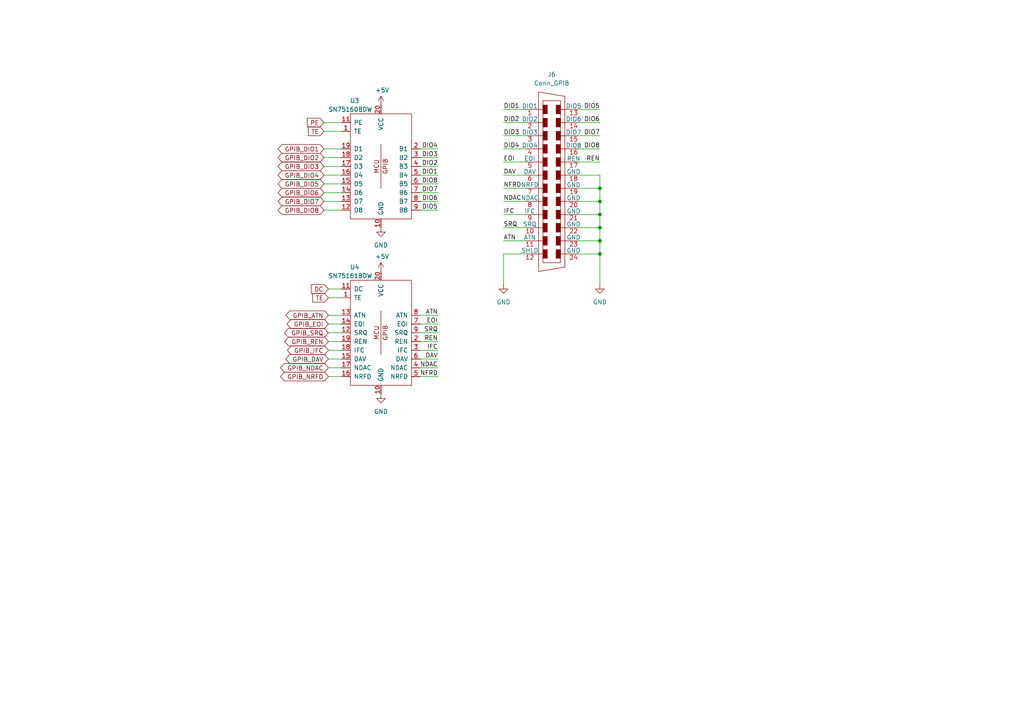
<source format=kicad_sch>
(kicad_sch (version 20250114) (generator "eeschema") (generator_version "9.0")
  (paper "A4")
  (title_block (title "GPIB Connector Schematic") (date "2025-03-08") (rev "1"))
  (lib_symbols
    (symbol "+5V_1" (power) (pin_names (offset 0))
      (property "Value" "+5V" (at 0 3.556 0))
      (symbol "+5V_1_0_1"
        (polyline (pts (xy -0.762 1.27) (xy 0 2.54)))
        (polyline (pts (xy 0 2.54) (xy 0.762 1.27)))
        (polyline (pts (xy 0 0) (xy 0 2.54)))
      )
      (symbol "+5V_1_1_1"
        (pin power_in line (at 0 0 90) (length 0) (hide yes) (name "+5V") (number "1"))
      )
    )
    (symbol "GPIB_lib:Conn_GPIB" (pin_names (offset 0))
      (property "Reference" "J5" (at 0 29.591 0))
      (property "Value" "Conn_GPIB" (at 0 27.2796 0))
      (symbol "Conn_GPIB_0_0"
        (polyline (pts (xy -5.08 20.32) (xy -2.54 20.32)))
        (polyline (pts (xy -5.08 16.51) (xy -2.54 16.51)))
        (polyline (pts (xy -5.08 12.7) (xy -2.54 12.7)))
        (polyline (pts (xy -5.08 8.89) (xy -2.54 8.89)))
        (polyline (pts (xy -5.08 5.08) (xy -2.54 5.08)))
        (polyline (pts (xy -5.08 1.27) (xy -2.54 1.27)))
        (polyline (pts (xy -5.08 -2.54) (xy -2.54 -2.54)))
        (polyline (pts (xy -5.08 -6.35) (xy -2.54 -6.35)))
        (polyline (pts (xy -5.08 -10.16) (xy -2.54 -10.16)))
        (polyline (pts (xy -5.08 -13.97) (xy -2.54 -13.97)))
        (polyline (pts (xy -5.08 -17.78) (xy -2.54 -17.78)))
        (polyline (pts (xy -5.08 -21.59) (xy -2.54 -21.59)))
        (polyline (pts (xy -3.81 25.4) (xy -3.81 -26.67) (xy 3.81 -25.4) (xy 3.81 24.13) (xy -3.81 25.4)))
        (rectangle (start -2.54 22.86) (end 2.54 -24.13))
        (rectangle (start -2.54 21.59) (end -1.27 19.05) (fill (type outline)))
        (rectangle (start -2.54 17.78) (end -1.27 15.24) (fill (type outline)))
        (rectangle (start -2.54 13.97) (end -1.27 11.43) (fill (type outline)))
        (rectangle (start -2.54 10.16) (end -1.27 7.62) (fill (type outline)))
        (rectangle (start -2.54 6.35) (end -1.27 3.81) (fill (type outline)))
        (rectangle (start -2.54 2.54) (end -1.27 0) (fill (type outline)))
        (rectangle (start -2.54 -1.27) (end -1.27 -3.81) (fill (type outline)))
        (rectangle (start -2.54 -5.08) (end -1.27 -7.62) (fill (type outline)))
        (rectangle (start -2.54 -8.89) (end -1.27 -11.43) (fill (type outline)))
        (rectangle (start -2.54 -12.7) (end -1.27 -15.24) (fill (type outline)))
        (rectangle (start -2.54 -16.51) (end -1.27 -19.05) (fill (type outline)))
        (rectangle (start -2.54 -20.32) (end -1.27 -22.86) (fill (type outline)))
        (rectangle (start 2.54 19.05) (end 1.27 21.59) (fill (type outline)))
        (rectangle (start 2.54 15.24) (end 1.27 17.78) (fill (type outline)))
        (rectangle (start 2.54 11.43) (end 1.27 13.97) (fill (type outline)))
        (rectangle (start 2.54 7.62) (end 1.27 10.16) (fill (type outline)))
        (rectangle (start 2.54 3.81) (end 1.27 6.35) (fill (type outline)))
        (rectangle (start 2.54 0) (end 1.27 2.54) (fill (type outline)))
        (rectangle (start 2.54 -3.81) (end 1.27 -1.27) (fill (type outline)))
        (rectangle (start 2.54 -7.62) (end 1.27 -5.08) (fill (type outline)))
        (rectangle (start 2.54 -11.43) (end 1.27 -8.89) (fill (type outline)))
        (rectangle (start 2.54 -15.24) (end 1.27 -12.7) (fill (type outline)))
        (rectangle (start 2.54 -19.05) (end 1.27 -16.51) (fill (type outline)))
        (rectangle (start 2.54 -22.86) (end 1.27 -20.32) (fill (type outline)))
        (polyline (pts (xy 5.08 20.32) (xy 2.54 20.32)))
        (polyline (pts (xy 5.08 16.51) (xy 2.54 16.51)))
        (polyline (pts (xy 5.08 12.7) (xy 2.54 12.7)))
        (polyline (pts (xy 5.08 8.89) (xy 2.54 8.89)))
        (polyline (pts (xy 5.08 5.08) (xy 2.54 5.08)))
        (polyline (pts (xy 5.08 1.27) (xy 2.54 1.27)))
        (polyline (pts (xy 5.08 -2.54) (xy 2.54 -2.54)))
        (polyline (pts (xy 5.08 -6.35) (xy 2.54 -6.35)))
        (polyline (pts (xy 5.08 -10.16) (xy 2.54 -10.16)))
        (polyline (pts (xy 5.08 -13.97) (xy 2.54 -13.97)))
        (polyline (pts (xy 5.08 -17.78) (xy 2.54 -17.78)))
        (polyline (pts (xy 5.08 -21.59) (xy 2.54 -21.59)))
      )
      (symbol "Conn_GPIB_1_1"
        (pin passive line (at -7.62 20.32 0) (length 2.54) (name "DIO1") (number "1"))
        (pin passive line (at -7.62 16.51 0) (length 2.54) (name "DIO2") (number "2"))
        (pin passive line (at -7.62 12.7 0) (length 2.54) (name "DIO3") (number "3"))
        (pin passive line (at -7.62 8.89 0) (length 2.54) (name "DIO4") (number "4"))
        (pin passive line (at -7.62 5.08 0) (length 2.54) (name "EOI") (number "5"))
        (pin passive line (at -7.62 1.27 0) (length 2.54) (name "DAV") (number "6"))
        (pin passive line (at -7.62 -2.54 0) (length 2.54) (name "NRFD") (number "7"))
        (pin passive line (at -7.62 -6.35 0) (length 2.54) (name "NDAC") (number "8"))
        (pin passive line (at -7.62 -10.16 0) (length 2.54) (name "IFC") (number "9"))
        (pin passive line (at -7.62 -13.97 0) (length 2.54) (name "SRQ") (number "10"))
        (pin passive line (at -7.62 -17.78 0) (length 2.54) (name "ATN") (number "11"))
        (pin passive line (at -7.62 -21.59 0) (length 2.54) (name "SHLD") (number "12"))
        (pin passive line (at 7.62 20.32 180) (length 2.54) (name "DIO5") (number "13"))
        (pin passive line (at 7.62 16.51 180) (length 2.54) (name "DIO6") (number "14"))
        (pin passive line (at 7.62 12.7 180) (length 2.54) (name "DIO7") (number "15"))
        (pin passive line (at 7.62 8.89 180) (length 2.54) (name "DIO8") (number "16"))
        (pin passive line (at 7.62 5.08 180) (length 2.54) (name "REN") (number "17"))
        (pin passive line (at 7.62 1.27 180) (length 2.54) (name "GND") (number "18"))
        (pin passive line (at 7.62 -2.54 180) (length 2.54) (name "GND") (number "19"))
        (pin passive line (at 7.62 -6.35 180) (length 2.54) (name "GND") (number "20"))
        (pin passive line (at 7.62 -10.16 180) (length 2.54) (name "GND") (number "21"))
        (pin passive line (at 7.62 -13.97 180) (length 2.54) (name "GND") (number "22"))
        (pin passive line (at 7.62 -17.78 180) (length 2.54) (name "GND") (number "23"))
        (pin passive line (at 7.62 -21.59 180) (length 2.54) (name "GND") (number "24"))
      )
    )
    (symbol "GPIB_lib:SN75160BDW" (pin_names (offset 1.016))
      (property "Reference" "U" (at 8.89 -16.51 0))
      (property "Value" "SN75160BDW" (at 1.27 16.51 0))
      (property "Footprint" "Package_SO:SO-20_12.8x7.5mm_P1.27mm" (at 1.27 19.05 0))
      (symbol "SN75160BDW_0_0"
        (rectangle (start -8.89 15.24) (end 8.89 -15.24))
        (polyline (pts (xy 0 6.35) (xy 0 -6.35)))
        (text "MCU" (at -1.27 0 900) (effects (font (size 1.27 1.27))))
        (text "GPIB" (at 1.27 0 900) (effects (font (size 1.27 1.27))))
      )
      (symbol "SN75160BDW_1_1"
        (pin input line (at -11.43 12.7 0) (length 2.54) (name "PE") (number "11"))
        (pin input line (at -11.43 10.16 0) (length 2.54) (name "TE") (number "1"))
        (pin bidirectional line (at -11.43 5.08 0) (length 2.54) (name "D1") (number "19"))
        (pin bidirectional line (at -11.43 2.54 0) (length 2.54) (name "D2") (number "18"))
        (pin bidirectional line (at -11.43 0 0) (length 2.54) (name "D3") (number "17"))
        (pin bidirectional line (at -11.43 -2.54 0) (length 2.54) (name "D4") (number "16"))
        (pin bidirectional line (at -11.43 -5.08 0) (length 2.54) (name "D5") (number "15"))
        (pin bidirectional line (at -11.43 -7.62 0) (length 2.54) (name "D6") (number "14"))
        (pin bidirectional line (at -11.43 -10.16 0) (length 2.54) (name "D7") (number "13"))
        (pin bidirectional line (at -11.43 -12.7 0) (length 2.54) (name "D8") (number "12"))
        (pin power_in line (at 0 17.78 270) (length 2.54) (name "VCC") (number "20"))
        (pin power_in line (at 0 -17.78 90) (length 2.54) (name "GND") (number "10"))
        (pin bidirectional line (at 11.43 5.08 180) (length 2.54) (name "B1") (number "2"))
        (pin bidirectional line (at 11.43 2.54 180) (length 2.54) (name "B2") (number "3"))
        (pin bidirectional line (at 11.43 0 180) (length 2.54) (name "B3") (number "4"))
        (pin bidirectional line (at 11.43 -2.54 180) (length 2.54) (name "B4") (number "5"))
        (pin bidirectional line (at 11.43 -5.08 180) (length 2.54) (name "B5") (number "6"))
        (pin bidirectional line (at 11.43 -7.62 180) (length 2.54) (name "B6") (number "7"))
        (pin bidirectional line (at 11.43 -10.16 180) (length 2.54) (name "B7") (number "8"))
        (pin bidirectional line (at 11.43 -12.7 180) (length 2.54) (name "B8") (number "9"))
      )
    )
    (symbol "GPIB_lib:SN75161BDW" (pin_names (offset 1.016))
      (property "Reference" "U" (at 8.89 -16.51 0))
      (property "Value" "SN75161BDW" (at 1.27 16.51 0))
      (property "Footprint" "Package_SO:SO-20_12.8x7.5mm_P1.27mm" (at 1.27 19.05 0))
      (symbol "SN75161BDW_0_0"
        (rectangle (start -8.89 15.24) (end 8.89 -15.24))
        (polyline (pts (xy 0 -6.35) (xy 0 6.35)))
        (text "MCU" (at -1.27 0 900) (effects (font (size 1.27 1.27))))
        (text "GPIB" (at 1.27 0 900) (effects (font (size 1.27 1.27))))
      )
      (symbol "SN75161BDW_1_1"
        (pin input line (at -11.43 12.7 0) (length 2.54) (name "DC") (number "11"))
        (pin input line (at -11.43 10.16 0) (length 2.54) (name "TE") (number "1"))
        (pin bidirectional line (at -11.43 5.08 0) (length 2.54) (name "ATN") (number "13"))
        (pin bidirectional line (at -11.43 2.54 0) (length 2.54) (name "EOI") (number "14"))
        (pin bidirectional line (at -11.43 0 0) (length 2.54) (name "SRQ") (number "12"))
        (pin bidirectional line (at -11.43 -2.54 0) (length 2.54) (name "REN") (number "19"))
        (pin bidirectional line (at -11.43 -5.08 0) (length 2.54) (name "IFC") (number "18"))
        (pin bidirectional line (at -11.43 -7.62 0) (length 2.54) (name "DAV") (number "15"))
        (pin bidirectional line (at -11.43 -10.16 0) (length 2.54) (name "NDAC") (number "17"))
        (pin bidirectional line (at -11.43 -12.7 0) (length 2.54) (name "NRFD") (number "16"))
        (pin power_in line (at 0 17.78 270) (length 2.54) (name "VCC") (number "20"))
        (pin power_in line (at 0 -17.78 90) (length 2.54) (name "GND") (number "10"))
        (pin bidirectional line (at 11.43 5.08 180) (length 2.54) (name "ATN") (number "8"))
        (pin bidirectional line (at 11.43 2.54 180) (length 2.54) (name "EOI") (number "7"))
        (pin bidirectional line (at 11.43 0 180) (length 2.54) (name "SRQ") (number "9"))
        (pin bidirectional line (at 11.43 -2.54 180) (length 2.54) (name "REN") (number "2"))
        (pin bidirectional line (at 11.43 -5.08 180) (length 2.54) (name "IFC") (number "3"))
        (pin bidirectional line (at 11.43 -7.62 180) (length 2.54) (name "DAV") (number "6"))
        (pin bidirectional line (at 11.43 -10.16 180) (length 2.54) (name "NDAC") (number "4"))
        (pin bidirectional line (at 11.43 -12.7 180) (length 2.54) (name "NRFD") (number "5"))
      )
    )
    (symbol "power:GND" (power) (pin_numbers (hide yes)) (pin_names (offset 0) (hide yes))
      (property "Value" "GND" (at 0 -3.81 0))
      (symbol "GND_0_1"
        (polyline (pts (xy 0 0) (xy 0 -1.27) (xy 1.27 -1.27) (xy 0 -2.54) (xy -1.27 -1.27) (xy 0 -1.27)))
      )
      (symbol "GND_1_1"
        (pin power_in line (at 0 0 270) (length 0) (name "~") (number "1"))
      )
    )
  )
  (junction (at 173.99 62.23))
  (junction (at 173.99 66.04))
  (junction (at 173.99 54.61))
  (junction (at 173.99 73.66))
  (junction (at 173.99 69.85))
  (junction (at 173.99 58.42))
  (wire (pts (xy 121.92 55.88) (xy 127 55.88)))
  (wire (pts (xy 167.64 69.85) (xy 173.99 69.85)))
  (wire (pts (xy 146.05 54.61) (xy 152.4 54.61)))
  (wire (pts (xy 121.92 109.22) (xy 127 109.22)))
  (wire (pts (xy 93.98 60.96) (xy 99.06 60.96)))
  (wire (pts (xy 121.92 48.26) (xy 127 48.26)))
  (wire (pts (xy 95.25 96.52) (xy 99.06 96.52)))
  (wire (pts (xy 167.64 31.75) (xy 173.99 31.75)))
  (wire (pts (xy 93.98 43.18) (xy 99.06 43.18)))
  (wire (pts (xy 121.92 45.72) (xy 127 45.72)))
  (wire (pts (xy 95.25 86.36) (xy 99.06 86.36)))
  (wire (pts (xy 167.64 73.66) (xy 173.99 73.66)))
  (wire (pts (xy 95.25 99.06) (xy 99.06 99.06)))
  (wire (pts (xy 146.05 62.23) (xy 152.4 62.23)))
  (wire (pts (xy 173.99 73.66) (xy 173.99 82.55)))
  (wire (pts (xy 173.99 62.23) (xy 173.99 66.04)))
  (wire (pts (xy 121.92 43.18) (xy 127 43.18)))
  (wire (pts (xy 167.64 50.8) (xy 173.99 50.8)))
  (wire (pts (xy 121.92 96.52) (xy 127 96.52)))
  (wire (pts (xy 167.64 35.56) (xy 173.99 35.56)))
  (wire (pts (xy 146.05 39.37) (xy 152.4 39.37)))
  (wire (pts (xy 146.05 50.8) (xy 152.4 50.8)))
  (wire (pts (xy 173.99 54.61) (xy 173.99 58.42)))
  (wire (pts (xy 121.92 99.06) (xy 127 99.06)))
  (wire (pts (xy 167.64 62.23) (xy 173.99 62.23)))
  (wire (pts (xy 95.25 109.22) (xy 99.06 109.22)))
  (wire (pts (xy 146.05 73.66) (xy 152.4 73.66)))
  (wire (pts (xy 93.98 45.72) (xy 99.06 45.72)))
  (wire (pts (xy 121.92 104.14) (xy 127 104.14)))
  (wire (pts (xy 167.64 58.42) (xy 173.99 58.42)))
  (wire (pts (xy 93.98 58.42) (xy 99.06 58.42)))
  (wire (pts (xy 146.05 58.42) (xy 152.4 58.42)))
  (wire (pts (xy 95.25 104.14) (xy 99.06 104.14)))
  (wire (pts (xy 167.64 66.04) (xy 173.99 66.04)))
  (wire (pts (xy 173.99 69.85) (xy 173.99 73.66)))
  (wire (pts (xy 146.05 31.75) (xy 152.4 31.75)))
  (wire (pts (xy 146.05 69.85) (xy 152.4 69.85)))
  (wire (pts (xy 95.25 101.6) (xy 99.06 101.6)))
  (wire (pts (xy 95.25 91.44) (xy 99.06 91.44)))
  (wire (pts (xy 121.92 53.34) (xy 127 53.34)))
  (wire (pts (xy 167.64 39.37) (xy 173.99 39.37)))
  (wire (pts (xy 146.05 35.56) (xy 152.4 35.56)))
  (wire (pts (xy 121.92 60.96) (xy 127 60.96)))
  (wire (pts (xy 146.05 66.04) (xy 152.4 66.04)))
  (wire (pts (xy 121.92 58.42) (xy 127 58.42)))
  (wire (pts (xy 93.98 55.88) (xy 99.06 55.88)))
  (wire (pts (xy 121.92 93.98) (xy 127 93.98)))
  (wire (pts (xy 93.98 50.8) (xy 99.06 50.8)))
  (wire (pts (xy 95.25 93.98) (xy 99.06 93.98)))
  (wire (pts (xy 93.98 35.56) (xy 99.06 35.56)))
  (wire (pts (xy 121.92 106.68) (xy 127 106.68)))
  (wire (pts (xy 121.92 50.8) (xy 127 50.8)))
  (wire (pts (xy 146.05 43.18) (xy 152.4 43.18)))
  (wire (pts (xy 146.05 46.99) (xy 152.4 46.99)))
  (wire (pts (xy 121.92 101.6) (xy 127 101.6)))
  (wire (pts (xy 167.64 43.18) (xy 173.99 43.18)))
  (wire (pts (xy 93.98 53.34) (xy 99.06 53.34)))
  (wire (pts (xy 95.25 106.68) (xy 99.06 106.68)))
  (wire (pts (xy 121.92 91.44) (xy 127 91.44)))
  (wire (pts (xy 167.64 54.61) (xy 173.99 54.61)))
  (wire (pts (xy 167.64 46.99) (xy 173.99 46.99)))
  (wire (pts (xy 146.05 73.66) (xy 146.05 82.55)))
  (wire (pts (xy 173.99 66.04) (xy 173.99 69.85)))
  (wire (pts (xy 173.99 58.42) (xy 173.99 62.23)))
  (wire (pts (xy 173.99 50.8) (xy 173.99 54.61)))
  (wire (pts (xy 95.25 83.82) (xy 99.06 83.82)))
  (wire (pts (xy 93.98 38.1) (xy 99.06 38.1)))
  (wire (pts (xy 93.98 48.26) (xy 99.06 48.26)))
  (label "NDAC" (at 127 106.68 180))
  (label "NFRD" (at 127 109.22 180))
  (label "DIO1" (at 146.05 31.75 0))
  (label "DIO3" (at 146.05 39.37 0))
  (label "ATN" (at 127 91.44 180))
  (label "DIO6" (at 127 58.42 180))
  (label "DIO5" (at 173.99 31.75 180))
  (label "IFC" (at 127 101.6 180))
  (label "DIO4" (at 146.05 43.18 0))
  (label "SRQ" (at 146.05 66.04 0))
  (label "IFC" (at 146.05 62.23 0))
  (label "DIO3" (at 127 45.72 180))
  (label "DIO5" (at 127 60.96 180))
  (label "DIO7" (at 173.99 39.37 180))
  (label "EOI" (at 127 93.98 180))
  (label "ATN" (at 146.05 69.85 0))
  (label "DIO8" (at 173.99 43.18 180))
  (label "DIO1" (at 127 50.8 180))
  (label "DIO2" (at 127 48.26 180))
  (label "REN" (at 127 99.06 180))
  (label "DIO8" (at 127 53.34 180))
  (label "DIO6" (at 173.99 35.56 180))
  (label "DAV" (at 146.05 50.8 0))
  (label "REN" (at 173.99 46.99 180))
  (label "SRQ" (at 127 96.52 180))
  (label "DIO4" (at 127 43.18 180))
  (label "DIO7" (at 127 55.88 180))
  (label "NDAC" (at 146.05 58.42 0))
  (label "DIO2" (at 146.05 35.56 0))
  (label "EOI" (at 146.05 46.99 0))
  (label "DAV" (at 127 104.14 180))
  (label "NFRD" (at 146.05 54.61 0))
  (global_label "PE" (shape input) (at 93.98 35.56 180) (property "Intersheetrefs" "${INTERSHEET_REFS}" (effects (hide yes))))
  (global_label "GPIB_EOI" (shape bidirectional) (at 95.25 93.98 180) (property "Intersheetrefs" "${INTERSHEET_REFS}" (effects (hide yes))))
  (global_label "GPIB_ATN" (shape bidirectional) (at 95.25 91.44 180) (property "Intersheetrefs" "${INTERSHEET_REFS}" (effects (hide yes))))
  (global_label "GPIB_NRFD" (shape bidirectional) (at 95.25 109.22 180) (property "Intersheetrefs" "${INTERSHEET_REFS}" (effects (hide yes))))
  (global_label "GPIB_SRQ" (shape bidirectional) (at 95.25 96.52 180) (property "Intersheetrefs" "${INTERSHEET_REFS}" (effects (hide yes))))
  (global_label "GPIB_IFC" (shape bidirectional) (at 95.25 101.6 180) (property "Intersheetrefs" "${INTERSHEET_REFS}" (effects (hide yes))))
  (global_label "GPIB_DIO7" (shape bidirectional) (at 93.98 58.42 180) (property "Intersheetrefs" "${INTERSHEET_REFS}" (effects (hide yes))))
  (global_label "GPIB_DIO3" (shape bidirectional) (at 93.98 48.26 180) (property "Intersheetrefs" "${INTERSHEET_REFS}" (effects (hide yes))))
  (global_label "TE" (shape input) (at 95.25 86.36 180) (property "Intersheetrefs" "${INTERSHEET_REFS}" (effects (hide yes))))
  (global_label "GPIB_NDAC" (shape bidirectional) (at 95.25 106.68 180) (property "Intersheetrefs" "${INTERSHEET_REFS}" (effects (hide yes))))
  (global_label "GPIB_DIO5" (shape bidirectional) (at 93.98 53.34 180) (property "Intersheetrefs" "${INTERSHEET_REFS}" (effects (hide yes))))
  (global_label "DC" (shape input) (at 95.25 83.82 180) (property "Intersheetrefs" "${INTERSHEET_REFS}" (effects (hide yes))))
  (global_label "GPIB_DAV" (shape bidirectional) (at 95.25 104.14 180) (property "Intersheetrefs" "${INTERSHEET_REFS}" (effects (hide yes))))
  (global_label "GPIB_REN" (shape bidirectional) (at 95.25 99.06 180) (property "Intersheetrefs" "${INTERSHEET_REFS}" (effects (hide yes))))
  (global_label "GPIB_DIO8" (shape bidirectional) (at 93.98 60.96 180) (property "Intersheetrefs" "${INTERSHEET_REFS}" (effects (hide yes))))
  (global_label "GPIB_DIO6" (shape bidirectional) (at 93.98 55.88 180) (property "Intersheetrefs" "${INTERSHEET_REFS}" (effects (hide yes))))
  (global_label "TE" (shape input) (at 93.98 38.1 180) (property "Intersheetrefs" "${INTERSHEET_REFS}" (effects (hide yes))))
  (global_label "GPIB_DIO1" (shape bidirectional) (at 93.98 43.18 180) (property "Intersheetrefs" "${INTERSHEET_REFS}" (effects (hide yes))))
  (global_label "GPIB_DIO2" (shape bidirectional) (at 93.98 45.72 180) (property "Intersheetrefs" "${INTERSHEET_REFS}" (effects (hide yes))))
  (global_label "GPIB_DIO4" (shape bidirectional) (at 93.98 50.8 180) (property "Intersheetrefs" "${INTERSHEET_REFS}" (effects (hide yes))))
  (symbol (lib_id "GPIB_lib:SN75161BDW") (at 110.49 96.52 0) (unit 1)
    (property "Reference" "U4" (at 102.87 77.47 0))
    (property "Value" "SN75161BDW" (at 101.6 80.01 0))
    (property "Footprint" "SN75161BDW:SOIC127P1030X265-20N" (effects (hide yes)))
    (property "Datasheet" "https://www.ti.com/lit/ds/symlink/sn75161b.pdf" (effects (hide yes)))
  )
  (symbol (lib_id "GPIB_lib:SN75160BDW") (at 110.49 48.26 0) (unit 1)
    (property "Reference" "U3" (at 102.87 29.21 0))
    (property "Value" "SN75160BDW" (at 101.6 31.75 0))
    (property "Footprint" "SN75160BDW:SOIC127P1030X265-20N" (effects (hide yes)))
    (property "Datasheet" "https://www.ti.com/lit/ds/symlink/sn75160b.pdf" (effects (hide yes)))
  )
  (symbol (lib_id "GPIB_lib:Conn_GPIB") (at 160.02 52.07 0) (unit 1)
    (property "Reference" "J6" (at 160.02 21.59 0))
    (property "Value" "Conn_GPIB" (at 160.02 24.13 0))
    (property "Footprint" "gpib_connector:CONN_112-024-113R001_NRC" (effects (hide yes)))
  )
  (symbol (lib_name "+5V_1") (lib_id "power:+5V") (at 110.49 30.48 0) (unit 1)
    (property "Reference" "#PWR028" (effects (hide yes)))
    (property "Value" "+5V" (at 110.8583 26.1556 0))
  )
  (symbol (lib_id "power:GND") (at 110.49 114.3 0) (unit 1)
    (property "Reference" "#PWR027" (effects (hide yes)))
    (property "Value" "GND" (at 110.49 119.38 0))
    (property "Description" "Power symbol creates a global label with name \"GND\" , ground" (effects (hide yes)))
  )
  (symbol (lib_name "+5V_1") (lib_id "power:+5V") (at 110.49 78.74 0) (unit 1)
    (property "Reference" "#PWR035" (effects (hide yes)))
    (property "Value" "+5V" (at 110.8583 74.4156 0))
  )
  (symbol (lib_id "power:GND") (at 146.05 82.55 0) (unit 1)
    (property "Reference" "#PWR024" (effects (hide yes)))
    (property "Value" "GND" (at 146.05 87.63 0))
    (property "Description" "Power symbol creates a global label with name \"GND\" , ground" (effects (hide yes)))
  )
  (symbol (lib_id "power:GND") (at 173.99 82.55 0) (unit 1)
    (property "Reference" "#PWR023" (effects (hide yes)))
    (property "Value" "GND" (at 173.99 87.63 0))
    (property "Description" "Power symbol creates a global label with name \"GND\" , ground" (effects (hide yes)))
  )
  (symbol (lib_id "power:GND") (at 110.49 66.04 0) (unit 1)
    (property "Reference" "#PWR025" (effects (hide yes)))
    (property "Value" "GND" (at 110.49 71.12 0))
    (property "Description" "Power symbol creates a global label with name \"GND\" , ground" (effects (hide yes)))
  )
)
</source>
